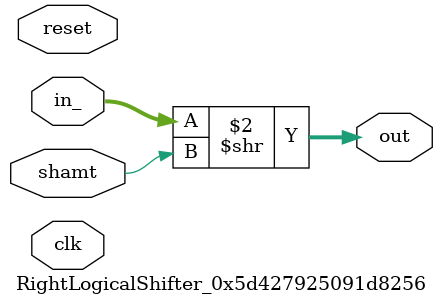
<source format=v>
`default_nettype none
module IntMulFixedLatRTL
(
  input  wire [   0:0] clk,
  input  wire [  63:0] req_msg,
  output wire [   0:0] req_rdy,
  input  wire [   0:0] req_val,
  input  wire [   0:0] reset,
  output wire [  31:0] resp_msg,
  input  wire [   0:0] resp_rdy,
  output wire [   0:0] resp_val
);

  // ctrl temporaries
  wire   [   0:0] ctrl$resp_rdy;
  wire   [   0:0] ctrl$clk;
  wire   [   0:0] ctrl$req_val;
  wire   [   0:0] ctrl$b_lsb;
  wire   [   0:0] ctrl$reset;
  wire   [   0:0] ctrl$a_mux_sel;
  wire   [   0:0] ctrl$resp_val;
  wire   [   0:0] ctrl$result_mux_sel;
  wire   [   0:0] ctrl$add_mux_sel;
  wire   [   0:0] ctrl$result_reg_en;
  wire   [   0:0] ctrl$b_mux_sel;
  wire   [   0:0] ctrl$req_rdy;

  IntMulFixedLatCtrlRTL_0x7f55c24023a1407 ctrl
  (
    .resp_rdy       ( ctrl$resp_rdy ),
    .clk            ( ctrl$clk ),
    .req_val        ( ctrl$req_val ),
    .b_lsb          ( ctrl$b_lsb ),
    .reset          ( ctrl$reset ),
    .a_mux_sel      ( ctrl$a_mux_sel ),
    .resp_val       ( ctrl$resp_val ),
    .result_mux_sel ( ctrl$result_mux_sel ),
    .add_mux_sel    ( ctrl$add_mux_sel ),
    .result_reg_en  ( ctrl$result_reg_en ),
    .b_mux_sel      ( ctrl$b_mux_sel ),
    .req_rdy        ( ctrl$req_rdy )
  );

  // dpath temporaries
  wire   [   0:0] dpath$a_mux_sel;
  wire   [   0:0] dpath$clk;
  wire   [   0:0] dpath$result_mux_sel;
  wire   [   0:0] dpath$add_mux_sel;
  wire   [   0:0] dpath$result_reg_en;
  wire   [   0:0] dpath$b_mux_sel;
  wire   [  31:0] dpath$req_msg_b;
  wire   [  31:0] dpath$req_msg_a;
  wire   [   0:0] dpath$reset;
  wire   [  31:0] dpath$resp_msg;
  wire   [   0:0] dpath$b_lsb;

  IntMulFixedLatDpathRTL_0x7f55c24023a1407 dpath
  (
    .a_mux_sel      ( dpath$a_mux_sel ),
    .clk            ( dpath$clk ),
    .result_mux_sel ( dpath$result_mux_sel ),
    .add_mux_sel    ( dpath$add_mux_sel ),
    .result_reg_en  ( dpath$result_reg_en ),
    .b_mux_sel      ( dpath$b_mux_sel ),
    .req_msg_b      ( dpath$req_msg_b ),
    .req_msg_a      ( dpath$req_msg_a ),
    .reset          ( dpath$reset ),
    .resp_msg       ( dpath$resp_msg ),
    .b_lsb          ( dpath$b_lsb )
  );

  // signal connections
  assign ctrl$b_lsb           = dpath$b_lsb;
  assign ctrl$clk             = clk;
  assign ctrl$req_val         = req_val;
  assign ctrl$reset           = reset;
  assign ctrl$resp_rdy        = resp_rdy;
  assign dpath$a_mux_sel      = ctrl$a_mux_sel;
  assign dpath$add_mux_sel    = ctrl$add_mux_sel;
  assign dpath$b_mux_sel      = ctrl$b_mux_sel;
  assign dpath$clk            = clk;
  assign dpath$req_msg_a      = req_msg[63:32];
  assign dpath$req_msg_b      = req_msg[31:0];
  assign dpath$reset          = reset;
  assign dpath$result_mux_sel = ctrl$result_mux_sel;
  assign dpath$result_reg_en  = ctrl$result_reg_en;
  assign req_rdy              = ctrl$req_rdy;
  assign resp_msg             = dpath$resp_msg;
  assign resp_val             = ctrl$resp_val;



endmodule // IntMulFixedLatRTL_0x7f55c24023a1407
`default_nettype wire

//-----------------------------------------------------------------------------
// IntMulFixedLatCtrlRTL_0x7f55c24023a1407
//-----------------------------------------------------------------------------
// dump-vcd: False
// verilator-xinit: zeros
`default_nettype none
module IntMulFixedLatCtrlRTL_0x7f55c24023a1407
(
  output reg  [   0:0] a_mux_sel,
  output reg  [   0:0] add_mux_sel,
  input  wire [   0:0] b_lsb,
  output reg  [   0:0] b_mux_sel,
  input  wire [   0:0] clk,
  output reg  [   0:0] req_rdy,
  input  wire [   0:0] req_val,
  input  wire [   0:0] reset,
  input  wire [   0:0] resp_rdy,
  output reg  [   0:0] resp_val,
  output reg  [   0:0] result_mux_sel,
  output reg  [   0:0] result_reg_en
);

  // register declarations
  reg    [   5:0] counter$in_;
  reg    [   1:0] curr_state__0;
  reg    [   1:0] current_state__1;
  reg    [   0:0] do_sh;
  reg    [   0:0] do_sh_add;
  reg    [   1:0] next_state__0;
  reg    [   1:0] state$in_;

  // localparam declarations
  localparam ADD_MUX_SEL_ADD = 0;
  localparam ADD_MUX_SEL_RESULT = 1;
  localparam ADD_MUX_SEL_X = 0;
  localparam A_MUX_SEL_LD = 1;
  localparam A_MUX_SEL_LSH = 0;
  localparam A_MUX_SEL_X = 0;
  localparam B_MUX_SEL_LD = 1;
  localparam B_MUX_SEL_RSH = 0;
  localparam B_MUX_SEL_X = 0;
  localparam RESULT_MUX_SEL_0 = 1;
  localparam RESULT_MUX_SEL_ADD = 0;
  localparam RESULT_MUX_SEL_X = 0;
  localparam STATE_CALC = 1;
  localparam STATE_DONE = 2;
  localparam STATE_IDLE = 0;

  // state temporaries
  wire   [   0:0] state$reset;
  wire   [   0:0] state$clk;
  wire   [   1:0] state$out;

  RegRst_0x9f365fdf6c8998a state
  (
    .reset ( state$reset ),
    .in_   ( state$in_ ),
    .clk   ( state$clk ),
    .out   ( state$out )
  );

  // counter temporaries
  wire   [   0:0] counter$reset;
  wire   [   0:0] counter$clk;
  wire   [   5:0] counter$out;

  RegRst_0x25d3e5fb40ca6d59 counter
  (
    .reset ( counter$reset ),
    .in_   ( counter$in_ ),
    .clk   ( counter$clk ),
    .out   ( counter$out )
  );

  // signal connections
  assign counter$clk   = clk;
  assign counter$reset = reset;
  assign state$clk     = clk;
  assign state$reset   = reset;


  // PYMTL SOURCE:
  //
  // @s.combinational
  // def state_transitions():
  //
  //       curr_state = s.state.out
  //       next_state = s.state.out
  //
  //       # Transistions out of IDLE state
  //
  //       if ( s.state.out == s.STATE_IDLE ):
  //         if ( s.req_val and s.req_rdy ):
  //           next_state = s.STATE_CALC
  //
  //       # Transistions out of CALC state
  //
  //       if ( s.state.out == s.STATE_CALC ):
  //         if s.counter.out == 0:
  //           next_state = s.STATE_DONE
  //
  //       # Transistions out of DONE state
  //
  //       if ( s.state.out == s.STATE_DONE ):
  //         if ( s.resp_val and s.resp_rdy ):
  //           next_state = s.STATE_IDLE
  //
  //       s.state.in_.value = next_state

  // logic for state_transitions()
  always @ (*) begin
    curr_state__0 = state$out;
    next_state__0 = state$out;
    if ((state$out == STATE_IDLE)) begin
      if ((req_val&&req_rdy)) begin
        next_state__0 = STATE_CALC;
      end
      else begin
      end
    end
    else begin
    end
    if ((state$out == STATE_CALC)) begin
      if ((counter$out == 0)) begin
        next_state__0 = STATE_DONE;
      end
      else begin
      end
    end
    else begin
    end
    if ((state$out == STATE_DONE)) begin
      if ((resp_val&&resp_rdy)) begin
        next_state__0 = STATE_IDLE;
      end
      else begin
      end
    end
    else begin
    end
    state$in_ = next_state__0;
  end

  // PYMTL SOURCE:
  //
  // @s.combinational
  // def state_outputs():
  //
  //       current_state = s.state.out
  //
  //       # In IDLE state we simply wait for inputs to arrive and latch them
  //
  //       if current_state == s.STATE_IDLE:
  //
  //         s.req_rdy.value        = 1
  //         s.resp_val.value       = 0
  //
  //         s.a_mux_sel.value      = A_MUX_SEL_LD
  //         s.b_mux_sel.value      = B_MUX_SEL_LD
  //         s.result_mux_sel.value = RESULT_MUX_SEL_0
  //         s.result_reg_en.value  = 1
  //         s.add_mux_sel.value    = ADD_MUX_SEL_X
  //
  //         s.counter.in_.value    = 31
  //
  //       # In CALC state we iteratively add/shift to caculate mult
  //
  //       elif current_state == s.STATE_CALC:
  //
  //         s.do_sh_add.value = (s.b_lsb == 1) # do shift and add
  //         s.do_sh.value     = (s.b_lsb == 0) # do shift but no add
  //
  //         s.req_rdy.value        = 0
  //         s.resp_val.value       = 0
  //
  //         s.a_mux_sel.value      = A_MUX_SEL_LSH
  //         s.b_mux_sel.value      = B_MUX_SEL_RSH
  //         s.result_mux_sel.value = RESULT_MUX_SEL_ADD
  //         s.result_reg_en.value  = 1
  //         if s.do_sh_add:
  //           s.add_mux_sel.value  = ADD_MUX_SEL_ADD
  //         else:
  //           s.add_mux_sel.value  = ADD_MUX_SEL_RESULT
  //
  //         s.counter.in_.value    = s.counter.out - 1
  //
  //       # In DONE state we simply wait for output transition to occur
  //
  //       elif current_state == s.STATE_DONE:
  //
  //         s.req_rdy.value        = 0
  //         s.resp_val.value       = 1
  //
  //         s.a_mux_sel.value      = A_MUX_SEL_X
  //         s.b_mux_sel.value      = B_MUX_SEL_X
  //         s.result_mux_sel.value = RESULT_MUX_SEL_X
  //         s.result_reg_en.value  = 0
  //         s.add_mux_sel.value    = ADD_MUX_SEL_X
  //
  //         s.counter.in_.value    = 31

  // logic for state_outputs()
  always @ (*) begin
    current_state__1 = state$out;
    if ((current_state__1 == STATE_IDLE)) begin
      req_rdy = 1;
      resp_val = 0;
      a_mux_sel = A_MUX_SEL_LD;
      b_mux_sel = B_MUX_SEL_LD;
      result_mux_sel = RESULT_MUX_SEL_0;
      result_reg_en = 1;
      add_mux_sel = ADD_MUX_SEL_X;
      counter$in_ = 31;
    end
    else begin
      if ((current_state__1 == STATE_CALC)) begin
        do_sh_add = (b_lsb == 1);
        do_sh = (b_lsb == 0);
        req_rdy = 0;
        resp_val = 0;
        a_mux_sel = A_MUX_SEL_LSH;
        b_mux_sel = B_MUX_SEL_RSH;
        result_mux_sel = RESULT_MUX_SEL_ADD;
        result_reg_en = 1;
        if (do_sh_add) begin
          add_mux_sel = ADD_MUX_SEL_ADD;
        end
        else begin
          add_mux_sel = ADD_MUX_SEL_RESULT;
        end
        counter$in_ = (counter$out-1);
      end
      else begin
        if ((current_state__1 == STATE_DONE)) begin
          req_rdy = 0;
          resp_val = 1;
          a_mux_sel = A_MUX_SEL_X;
          b_mux_sel = B_MUX_SEL_X;
          result_mux_sel = RESULT_MUX_SEL_X;
          result_reg_en = 0;
          add_mux_sel = ADD_MUX_SEL_X;
          counter$in_ = 31;
        end
        else begin
        end
      end
    end
  end


endmodule // IntMulFixedLatCtrlRTL_0x7f55c24023a1407
`default_nettype wire

//-----------------------------------------------------------------------------
// RegRst_0x9f365fdf6c8998a
//-----------------------------------------------------------------------------
// dtype: 2
// reset_value: 0
// dump-vcd: False
// verilator-xinit: zeros
`default_nettype none
module RegRst_0x9f365fdf6c8998a
(
  input  wire [   0:0] clk,
  input  wire [   1:0] in_,
  output reg  [   1:0] out,
  input  wire [   0:0] reset
);

  // localparam declarations
  localparam reset_value = 0;



  // PYMTL SOURCE:
  //
  // @s.posedge_clk
  // def seq_logic():
  //       if s.reset:
  //         s.out.next = reset_value
  //       else:
  //         s.out.next = s.in_

  // logic for seq_logic()
  always @ (posedge clk) begin
    if (reset) begin
      out <= reset_value;
    end
    else begin
      out <= in_;
    end
  end


endmodule // RegRst_0x9f365fdf6c8998a
`default_nettype wire

//-----------------------------------------------------------------------------
// RegRst_0x25d3e5fb40ca6d59
//-----------------------------------------------------------------------------
// dtype: 6
// reset_value: 31
// dump-vcd: False
// verilator-xinit: zeros
`default_nettype none
module RegRst_0x25d3e5fb40ca6d59
(
  input  wire [   0:0] clk,
  input  wire [   5:0] in_,
  output reg  [   5:0] out,
  input  wire [   0:0] reset
);

  // localparam declarations
  localparam reset_value = 31;



  // PYMTL SOURCE:
  //
  // @s.posedge_clk
  // def seq_logic():
  //       if s.reset:
  //         s.out.next = reset_value
  //       else:
  //         s.out.next = s.in_

  // logic for seq_logic()
  always @ (posedge clk) begin
    if (reset) begin
      out <= reset_value;
    end
    else begin
      out <= in_;
    end
  end


endmodule // RegRst_0x25d3e5fb40ca6d59
`default_nettype wire

//-----------------------------------------------------------------------------
// IntMulFixedLatDpathRTL_0x7f55c24023a1407
//-----------------------------------------------------------------------------
// dump-vcd: False
// verilator-xinit: zeros
`default_nettype none
module IntMulFixedLatDpathRTL_0x7f55c24023a1407
(
  input  wire [   0:0] a_mux_sel,
  input  wire [   0:0] add_mux_sel,
  output wire [   0:0] b_lsb,
  input  wire [   0:0] b_mux_sel,
  input  wire [   0:0] clk,
  input  wire [  31:0] req_msg_a,
  input  wire [  31:0] req_msg_b,
  input  wire [   0:0] reset,
  output wire [  31:0] resp_msg,
  input  wire [   0:0] result_mux_sel,
  input  wire [   0:0] result_reg_en
);

  // wire declarations
  wire   [  31:0] rshifter_out;
  wire   [  31:0] lshifter_out;
  wire   [  31:0] add_mux_out;


  // a_reg temporaries
  wire   [   0:0] a_reg$reset;
  wire   [  31:0] a_reg$in_;
  wire   [   0:0] a_reg$clk;
  wire   [  31:0] a_reg$out;

  Reg_0x1eed677bd3b5c175 a_reg
  (
    .reset ( a_reg$reset ),
    .in_   ( a_reg$in_ ),
    .clk   ( a_reg$clk ),
    .out   ( a_reg$out )
  );

  // result_reg temporaries
  wire   [   0:0] result_reg$reset;
  wire   [  31:0] result_reg$in_;
  wire   [   0:0] result_reg$clk;
  wire   [   0:0] result_reg$en;
  wire   [  31:0] result_reg$out;

  RegEn_0x1eed677bd3b5c175 result_reg
  (
    .reset ( result_reg$reset ),
    .in_   ( result_reg$in_ ),
    .clk   ( result_reg$clk ),
    .en    ( result_reg$en ),
    .out   ( result_reg$out )
  );

  // add temporaries
  wire   [   0:0] add$clk;
  wire   [  31:0] add$in0;
  wire   [  31:0] add$in1;
  wire   [   0:0] add$reset;
  wire   [   0:0] add$cin;
  wire   [   0:0] add$cout;
  wire   [  31:0] add$out;

  Adder_0x20454677a5a72bab add
  (
    .clk   ( add$clk ),
    .in0   ( add$in0 ),
    .in1   ( add$in1 ),
    .reset ( add$reset ),
    .cin   ( add$cin ),
    .cout  ( add$cout ),
    .out   ( add$out )
  );

  // add_mux temporaries
  wire   [   0:0] add_mux$reset;
  wire   [  31:0] add_mux$in_$000;
  wire   [  31:0] add_mux$in_$001;
  wire   [   0:0] add_mux$clk;
  wire   [   0:0] add_mux$sel;
  wire   [  31:0] add_mux$out;

  Mux_0x7e8c65f0610ab9ca add_mux
  (
    .reset   ( add_mux$reset ),
    .in_$000 ( add_mux$in_$000 ),
    .in_$001 ( add_mux$in_$001 ),
    .clk     ( add_mux$clk ),
    .sel     ( add_mux$sel ),
    .out     ( add_mux$out )
  );

  // lshifter temporaries
  wire   [   0:0] lshifter$reset;
  wire   [   0:0] lshifter$shamt;
  wire   [  31:0] lshifter$in_;
  wire   [   0:0] lshifter$clk;
  wire   [  31:0] lshifter$out;

  LeftLogicalShifter_0x5d427925091d8256 lshifter
  (
    .reset ( lshifter$reset ),
    .shamt ( lshifter$shamt ),
    .in_   ( lshifter$in_ ),
    .clk   ( lshifter$clk ),
    .out   ( lshifter$out )
  );

  // a_mux temporaries
  wire   [   0:0] a_mux$reset;
  wire   [  31:0] a_mux$in_$000;
  wire   [  31:0] a_mux$in_$001;
  wire   [   0:0] a_mux$clk;
  wire   [   0:0] a_mux$sel;
  wire   [  31:0] a_mux$out;

  Mux_0x7e8c65f0610ab9ca a_mux
  (
    .reset   ( a_mux$reset ),
    .in_$000 ( a_mux$in_$000 ),
    .in_$001 ( a_mux$in_$001 ),
    .clk     ( a_mux$clk ),
    .sel     ( a_mux$sel ),
    .out     ( a_mux$out )
  );

  // b_mux temporaries
  wire   [   0:0] b_mux$reset;
  wire   [  31:0] b_mux$in_$000;
  wire   [  31:0] b_mux$in_$001;
  wire   [   0:0] b_mux$clk;
  wire   [   0:0] b_mux$sel;
  wire   [  31:0] b_mux$out;

  Mux_0x7e8c65f0610ab9ca b_mux
  (
    .reset   ( b_mux$reset ),
    .in_$000 ( b_mux$in_$000 ),
    .in_$001 ( b_mux$in_$001 ),
    .clk     ( b_mux$clk ),
    .sel     ( b_mux$sel ),
    .out     ( b_mux$out )
  );

  // result_mux temporaries
  wire   [   0:0] result_mux$reset;
  wire   [  31:0] result_mux$in_$000;
  wire   [  31:0] result_mux$in_$001;
  wire   [   0:0] result_mux$clk;
  wire   [   0:0] result_mux$sel;
  wire   [  31:0] result_mux$out;

  Mux_0x7e8c65f0610ab9ca result_mux
  (
    .reset   ( result_mux$reset ),
    .in_$000 ( result_mux$in_$000 ),
    .in_$001 ( result_mux$in_$001 ),
    .clk     ( result_mux$clk ),
    .sel     ( result_mux$sel ),
    .out     ( result_mux$out )
  );

  // rshifter temporaries
  wire   [   0:0] rshifter$reset;
  wire   [   0:0] rshifter$shamt;
  wire   [  31:0] rshifter$in_;
  wire   [   0:0] rshifter$clk;
  wire   [  31:0] rshifter$out;

  RightLogicalShifter_0x5d427925091d8256 rshifter
  (
    .reset ( rshifter$reset ),
    .shamt ( rshifter$shamt ),
    .in_   ( rshifter$in_ ),
    .clk   ( rshifter$clk ),
    .out   ( rshifter$out )
  );

  // b_reg temporaries
  wire   [   0:0] b_reg$reset;
  wire   [  31:0] b_reg$in_;
  wire   [   0:0] b_reg$clk;
  wire   [  31:0] b_reg$out;

  Reg_0x1eed677bd3b5c175 b_reg
  (
    .reset ( b_reg$reset ),
    .in_   ( b_reg$in_ ),
    .clk   ( b_reg$clk ),
    .out   ( b_reg$out )
  );

  // signal connections
  assign a_mux$clk          = clk;
  assign a_mux$in_$000      = lshifter_out;
  assign a_mux$in_$001      = req_msg_a;
  assign a_mux$reset        = reset;
  assign a_mux$sel          = a_mux_sel;
  assign a_reg$clk          = clk;
  assign a_reg$in_          = a_mux$out;
  assign a_reg$reset        = reset;
  assign add$clk            = clk;
  assign add$in0            = a_reg$out;
  assign add$in1            = result_reg$out;
  assign add$reset          = reset;
  assign add_mux$clk        = clk;
  assign add_mux$in_$000    = add$out;
  assign add_mux$in_$001    = result_reg$out;
  assign add_mux$reset      = reset;
  assign add_mux$sel        = add_mux_sel;
  assign add_mux_out        = add_mux$out;
  assign b_lsb              = b_reg$out[0];
  assign b_mux$clk          = clk;
  assign b_mux$in_$000      = rshifter_out;
  assign b_mux$in_$001      = req_msg_b;
  assign b_mux$reset        = reset;
  assign b_mux$sel          = b_mux_sel;
  assign b_reg$clk          = clk;
  assign b_reg$in_          = b_mux$out;
  assign b_reg$reset        = reset;
  assign lshifter$clk       = clk;
  assign lshifter$in_       = a_reg$out;
  assign lshifter$reset     = reset;
  assign lshifter$shamt     = 1'd1;
  assign lshifter_out       = lshifter$out;
  assign resp_msg           = result_reg$out;
  assign result_mux$clk     = clk;
  assign result_mux$in_$000 = add_mux_out;
  assign result_mux$in_$001 = 32'd0;
  assign result_mux$reset   = reset;
  assign result_mux$sel     = result_mux_sel;
  assign result_reg$clk     = clk;
  assign result_reg$en      = result_reg_en;
  assign result_reg$in_     = result_mux$out;
  assign result_reg$reset   = reset;
  assign rshifter$clk       = clk;
  assign rshifter$in_       = b_reg$out;
  assign rshifter$reset     = reset;
  assign rshifter$shamt     = 1'd1;
  assign rshifter_out       = rshifter$out;



endmodule // IntMulFixedLatDpathRTL_0x7f55c24023a1407
`default_nettype wire

//-----------------------------------------------------------------------------
// Reg_0x1eed677bd3b5c175
//-----------------------------------------------------------------------------
// dtype: 32
// dump-vcd: False
// verilator-xinit: zeros
`default_nettype none
module Reg_0x1eed677bd3b5c175
(
  input  wire [   0:0] clk,
  input  wire [  31:0] in_,
  output reg  [  31:0] out,
  input  wire [   0:0] reset
);



  // PYMTL SOURCE:
  //
  // @s.posedge_clk
  // def seq_logic():
  //       s.out.next = s.in_

  // logic for seq_logic()
  always @ (posedge clk) begin
    out <= in_;
  end


endmodule // Reg_0x1eed677bd3b5c175
`default_nettype wire

//-----------------------------------------------------------------------------
// RegEn_0x1eed677bd3b5c175
//-----------------------------------------------------------------------------
// dtype: 32
// dump-vcd: False
// verilator-xinit: zeros
`default_nettype none
module RegEn_0x1eed677bd3b5c175
(
  input  wire [   0:0] clk,
  input  wire [   0:0] en,
  input  wire [  31:0] in_,
  output reg  [  31:0] out,
  input  wire [   0:0] reset
);



  // PYMTL SOURCE:
  //
  // @s.posedge_clk
  // def seq_logic():
  //       if s.en:
  //         s.out.next = s.in_

  // logic for seq_logic()
  always @ (posedge clk) begin
    if (en) begin
      out <= in_;
    end
    else begin
    end
  end


endmodule // RegEn_0x1eed677bd3b5c175
`default_nettype wire

//-----------------------------------------------------------------------------
// Adder_0x20454677a5a72bab
//-----------------------------------------------------------------------------
// nbits: 32
// dump-vcd: False
// verilator-xinit: zeros
`default_nettype none
module Adder_0x20454677a5a72bab
(
  input  wire [   0:0] cin,
  input  wire [   0:0] clk,
  output wire [   0:0] cout,
  input  wire [  31:0] in0,
  input  wire [  31:0] in1,
  output wire [  31:0] out,
  input  wire [   0:0] reset
);

  // register declarations
  reg    [  32:0] t0__0;
  reg    [  32:0] t1__0;
  reg    [  32:0] temp;

  // localparam declarations
  localparam twidth = 33;

  // signal connections
  assign cout = temp[32];
  assign out  = temp[31:0];


  // PYMTL SOURCE:
  //
  // @s.combinational
  // def comb_logic():
  //
  //       # Zero extend the inputs by one bit so we can generate an extra
  //       # carry out bit
  //
  //       t0 = zext( s.in0, twidth )
  //       t1 = zext( s.in1, twidth )
  //
  //       s.temp.value = t0 + t1 + s.cin

  // logic for comb_logic()
  always @ (*) begin
    t0__0 = { { twidth-32 { 1'b0 } }, in0[31:0] };
    t1__0 = { { twidth-32 { 1'b0 } }, in1[31:0] };
    temp = ((t0__0+t1__0)+cin);
  end


endmodule // Adder_0x20454677a5a72bab
`default_nettype wire

//-----------------------------------------------------------------------------
// Mux_0x7e8c65f0610ab9ca
//-----------------------------------------------------------------------------
// dtype: 32
// nports: 2
// dump-vcd: False
// verilator-xinit: zeros
`default_nettype none
module Mux_0x7e8c65f0610ab9ca
(
  input  wire [   0:0] clk,
  input  wire [  31:0] in_$000,
  input  wire [  31:0] in_$001,
  output reg  [  31:0] out,
  input  wire [   0:0] reset,
  input  wire [   0:0] sel
);

  // localparam declarations
  localparam nports = 2;


  // array declarations
  wire   [  31:0] in_[0:1];
  assign in_[  0] = in_$000;
  assign in_[  1] = in_$001;

  // PYMTL SOURCE:
  //
  // @s.combinational
  // def comb_logic():
  //       assert s.sel < nports
  //       s.out.v = s.in_[ s.sel ]

  // logic for comb_logic()
  always @ (*) begin
    out = in_[sel];
  end


endmodule // Mux_0x7e8c65f0610ab9ca
`default_nettype wire

//-----------------------------------------------------------------------------
// LeftLogicalShifter_0x5d427925091d8256
//-----------------------------------------------------------------------------
// inout_nbits: 32
// shamt_nbits: 1
// dump-vcd: False
// verilator-xinit: zeros
`default_nettype none
module LeftLogicalShifter_0x5d427925091d8256
(
  input  wire [   0:0] clk,
  input  wire [  31:0] in_,
  output reg  [  31:0] out,
  input  wire [   0:0] reset,
  input  wire [   0:0] shamt
);



  // PYMTL SOURCE:
  //
  // @s.combinational
  // def comb_logic():
  //       s.out.value = s.in_ << s.shamt

  // logic for comb_logic()
  always @ (*) begin
    out = (in_<<shamt);
  end


endmodule // LeftLogicalShifter_0x5d427925091d8256
`default_nettype wire

//-----------------------------------------------------------------------------
// RightLogicalShifter_0x5d427925091d8256
//-----------------------------------------------------------------------------
// inout_nbits: 32
// shamt_nbits: 1
// dump-vcd: False
// verilator-xinit: zeros
`default_nettype none
module RightLogicalShifter_0x5d427925091d8256
(
  input  wire [   0:0] clk,
  input  wire [  31:0] in_,
  output reg  [  31:0] out,
  input  wire [   0:0] reset,
  input  wire [   0:0] shamt
);



  // PYMTL SOURCE:
  //
  // @s.combinational
  // def comb_logic():
  //       s.out.value = s.in_ >> s.shamt

  // logic for comb_logic()
  always @ (*) begin
    out = (in_>>shamt);
  end


endmodule // RightLogicalShifter_0x5d427925091d8256
`default_nettype wire


</source>
